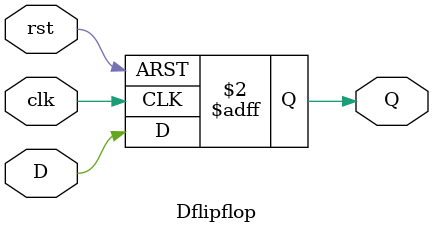
<source format=v>
`timescale 1ns / 1ps

module Dflipflop(
output reg Q,
input D,   
input clk,rst // clk -> clock, rst -> reset
    );
    always @(posedge clk,posedge rst) begin
    
        if (rst) 
            Q <= 1'b0;  //if reset is 1, assign output to 0

        else 
           Q <= D; //non-blocking assign statement, assign output to D
    end
endmodule

</source>
